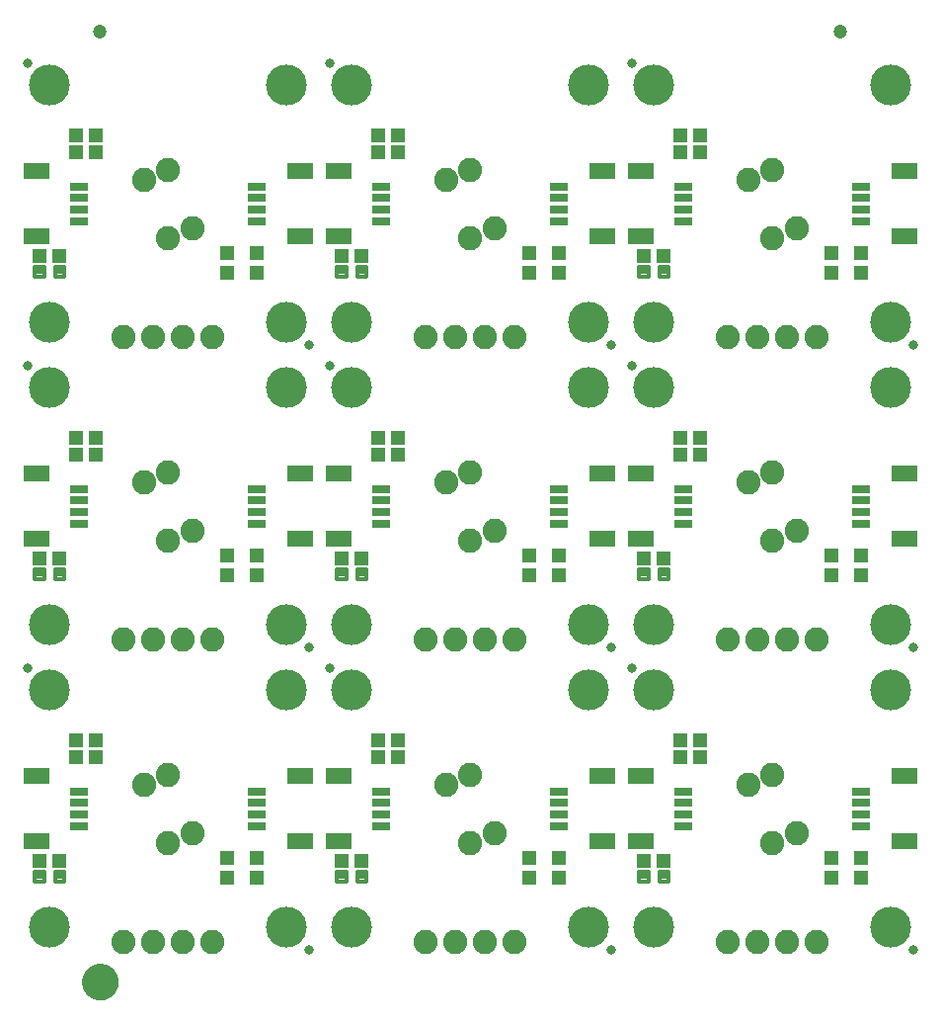
<source format=gts>
G75*
%MOIN*%
%OFA0B0*%
%FSLAX25Y25*%
%IPPOS*%
%LPD*%
%AMOC8*
5,1,8,0,0,1.08239X$1,22.5*
%
%ADD10R,0.05131X0.04737*%
%ADD11C,0.01421*%
%ADD12R,0.08674X0.05524*%
%ADD13R,0.06115X0.03162*%
%ADD14C,0.08200*%
%ADD15R,0.04737X0.05131*%
%ADD16C,0.08182*%
%ADD17C,0.13800*%
%ADD18C,0.03300*%
%ADD19C,0.04737*%
%ADD20C,0.05000*%
%ADD21C,0.06706*%
D10*
X0035404Y0061250D03*
X0042096Y0061250D03*
X0047654Y0096250D03*
X0047654Y0102000D03*
X0054346Y0102000D03*
X0054346Y0096250D03*
X0042096Y0163250D03*
X0035404Y0163250D03*
X0047654Y0198250D03*
X0047654Y0204000D03*
X0054346Y0204000D03*
X0054346Y0198250D03*
X0042096Y0265250D03*
X0035404Y0265250D03*
X0047654Y0300250D03*
X0047654Y0306000D03*
X0054346Y0306000D03*
X0054346Y0300250D03*
X0137404Y0265250D03*
X0144096Y0265250D03*
X0149654Y0300250D03*
X0156346Y0300250D03*
X0156346Y0306000D03*
X0149654Y0306000D03*
X0239404Y0265250D03*
X0246096Y0265250D03*
X0251654Y0300250D03*
X0251654Y0306000D03*
X0258346Y0306000D03*
X0258346Y0300250D03*
X0258346Y0204000D03*
X0258346Y0198250D03*
X0251654Y0198250D03*
X0251654Y0204000D03*
X0246096Y0163250D03*
X0239404Y0163250D03*
X0251654Y0102000D03*
X0251654Y0096250D03*
X0258346Y0096250D03*
X0258346Y0102000D03*
X0246096Y0061250D03*
X0239404Y0061250D03*
X0156346Y0096250D03*
X0149654Y0096250D03*
X0149654Y0102000D03*
X0156346Y0102000D03*
X0144096Y0061250D03*
X0137404Y0061250D03*
X0137404Y0163250D03*
X0144096Y0163250D03*
X0149654Y0198250D03*
X0149654Y0204000D03*
X0156346Y0204000D03*
X0156346Y0198250D03*
D11*
X0142545Y0159658D02*
X0142545Y0156342D01*
X0142545Y0159658D02*
X0145861Y0159658D01*
X0145861Y0156342D01*
X0142545Y0156342D01*
X0142545Y0157762D02*
X0145861Y0157762D01*
X0145861Y0159182D02*
X0142545Y0159182D01*
X0135639Y0159658D02*
X0135639Y0156342D01*
X0135639Y0159658D02*
X0138955Y0159658D01*
X0138955Y0156342D01*
X0135639Y0156342D01*
X0135639Y0157762D02*
X0138955Y0157762D01*
X0138955Y0159182D02*
X0135639Y0159182D01*
X0040545Y0159658D02*
X0040545Y0156342D01*
X0040545Y0159658D02*
X0043861Y0159658D01*
X0043861Y0156342D01*
X0040545Y0156342D01*
X0040545Y0157762D02*
X0043861Y0157762D01*
X0043861Y0159182D02*
X0040545Y0159182D01*
X0033639Y0159658D02*
X0033639Y0156342D01*
X0033639Y0159658D02*
X0036955Y0159658D01*
X0036955Y0156342D01*
X0033639Y0156342D01*
X0033639Y0157762D02*
X0036955Y0157762D01*
X0036955Y0159182D02*
X0033639Y0159182D01*
X0033639Y0258342D02*
X0033639Y0261658D01*
X0036955Y0261658D01*
X0036955Y0258342D01*
X0033639Y0258342D01*
X0033639Y0259762D02*
X0036955Y0259762D01*
X0036955Y0261182D02*
X0033639Y0261182D01*
X0040545Y0261658D02*
X0040545Y0258342D01*
X0040545Y0261658D02*
X0043861Y0261658D01*
X0043861Y0258342D01*
X0040545Y0258342D01*
X0040545Y0259762D02*
X0043861Y0259762D01*
X0043861Y0261182D02*
X0040545Y0261182D01*
X0135639Y0261658D02*
X0135639Y0258342D01*
X0135639Y0261658D02*
X0138955Y0261658D01*
X0138955Y0258342D01*
X0135639Y0258342D01*
X0135639Y0259762D02*
X0138955Y0259762D01*
X0138955Y0261182D02*
X0135639Y0261182D01*
X0142545Y0261658D02*
X0142545Y0258342D01*
X0142545Y0261658D02*
X0145861Y0261658D01*
X0145861Y0258342D01*
X0142545Y0258342D01*
X0142545Y0259762D02*
X0145861Y0259762D01*
X0145861Y0261182D02*
X0142545Y0261182D01*
X0237639Y0261658D02*
X0237639Y0258342D01*
X0237639Y0261658D02*
X0240955Y0261658D01*
X0240955Y0258342D01*
X0237639Y0258342D01*
X0237639Y0259762D02*
X0240955Y0259762D01*
X0240955Y0261182D02*
X0237639Y0261182D01*
X0244545Y0261658D02*
X0244545Y0258342D01*
X0244545Y0261658D02*
X0247861Y0261658D01*
X0247861Y0258342D01*
X0244545Y0258342D01*
X0244545Y0259762D02*
X0247861Y0259762D01*
X0247861Y0261182D02*
X0244545Y0261182D01*
X0244545Y0159658D02*
X0244545Y0156342D01*
X0244545Y0159658D02*
X0247861Y0159658D01*
X0247861Y0156342D01*
X0244545Y0156342D01*
X0244545Y0157762D02*
X0247861Y0157762D01*
X0247861Y0159182D02*
X0244545Y0159182D01*
X0237639Y0159658D02*
X0237639Y0156342D01*
X0237639Y0159658D02*
X0240955Y0159658D01*
X0240955Y0156342D01*
X0237639Y0156342D01*
X0237639Y0157762D02*
X0240955Y0157762D01*
X0240955Y0159182D02*
X0237639Y0159182D01*
X0237639Y0057658D02*
X0237639Y0054342D01*
X0237639Y0057658D02*
X0240955Y0057658D01*
X0240955Y0054342D01*
X0237639Y0054342D01*
X0237639Y0055762D02*
X0240955Y0055762D01*
X0240955Y0057182D02*
X0237639Y0057182D01*
X0244545Y0057658D02*
X0244545Y0054342D01*
X0244545Y0057658D02*
X0247861Y0057658D01*
X0247861Y0054342D01*
X0244545Y0054342D01*
X0244545Y0055762D02*
X0247861Y0055762D01*
X0247861Y0057182D02*
X0244545Y0057182D01*
X0142545Y0057658D02*
X0142545Y0054342D01*
X0142545Y0057658D02*
X0145861Y0057658D01*
X0145861Y0054342D01*
X0142545Y0054342D01*
X0142545Y0055762D02*
X0145861Y0055762D01*
X0145861Y0057182D02*
X0142545Y0057182D01*
X0135639Y0057658D02*
X0135639Y0054342D01*
X0135639Y0057658D02*
X0138955Y0057658D01*
X0138955Y0054342D01*
X0135639Y0054342D01*
X0135639Y0055762D02*
X0138955Y0055762D01*
X0138955Y0057182D02*
X0135639Y0057182D01*
X0040545Y0057658D02*
X0040545Y0054342D01*
X0040545Y0057658D02*
X0043861Y0057658D01*
X0043861Y0054342D01*
X0040545Y0054342D01*
X0040545Y0055762D02*
X0043861Y0055762D01*
X0043861Y0057182D02*
X0040545Y0057182D01*
X0033639Y0057658D02*
X0033639Y0054342D01*
X0033639Y0057658D02*
X0036955Y0057658D01*
X0036955Y0054342D01*
X0033639Y0054342D01*
X0033639Y0055762D02*
X0036955Y0055762D01*
X0036955Y0057182D02*
X0033639Y0057182D01*
D12*
X0034281Y0067726D03*
X0034281Y0089774D03*
X0034281Y0169726D03*
X0034281Y0191774D03*
X0034281Y0271726D03*
X0034281Y0293774D03*
X0123219Y0293774D03*
X0136281Y0293774D03*
X0136281Y0271726D03*
X0123219Y0271726D03*
X0123219Y0191774D03*
X0136281Y0191774D03*
X0136281Y0169726D03*
X0123219Y0169726D03*
X0123219Y0089774D03*
X0136281Y0089774D03*
X0136281Y0067726D03*
X0123219Y0067726D03*
X0225219Y0067726D03*
X0238281Y0067726D03*
X0238281Y0089774D03*
X0225219Y0089774D03*
X0225219Y0169726D03*
X0238281Y0169726D03*
X0238281Y0191774D03*
X0225219Y0191774D03*
X0225219Y0271726D03*
X0238281Y0271726D03*
X0238281Y0293774D03*
X0225219Y0293774D03*
X0327219Y0293774D03*
X0327219Y0271726D03*
X0327219Y0191774D03*
X0327219Y0169726D03*
X0327219Y0089774D03*
X0327219Y0067726D03*
D13*
X0312750Y0072844D03*
X0312750Y0076781D03*
X0312750Y0080719D03*
X0312750Y0084656D03*
X0252750Y0084656D03*
X0252750Y0080719D03*
X0252750Y0076781D03*
X0252750Y0072844D03*
X0210750Y0072844D03*
X0210750Y0076781D03*
X0210750Y0080719D03*
X0210750Y0084656D03*
X0150750Y0084656D03*
X0150750Y0080719D03*
X0150750Y0076781D03*
X0150750Y0072844D03*
X0108750Y0072844D03*
X0108750Y0076781D03*
X0108750Y0080719D03*
X0108750Y0084656D03*
X0048750Y0084656D03*
X0048750Y0080719D03*
X0048750Y0076781D03*
X0048750Y0072844D03*
X0048750Y0174844D03*
X0048750Y0178781D03*
X0048750Y0182719D03*
X0048750Y0186656D03*
X0108750Y0186656D03*
X0108750Y0182719D03*
X0108750Y0178781D03*
X0108750Y0174844D03*
X0150750Y0174844D03*
X0150750Y0178781D03*
X0150750Y0182719D03*
X0150750Y0186656D03*
X0210750Y0186656D03*
X0210750Y0182719D03*
X0210750Y0178781D03*
X0210750Y0174844D03*
X0252750Y0174844D03*
X0252750Y0178781D03*
X0252750Y0182719D03*
X0252750Y0186656D03*
X0312750Y0186656D03*
X0312750Y0182719D03*
X0312750Y0178781D03*
X0312750Y0174844D03*
X0312750Y0276844D03*
X0312750Y0280781D03*
X0312750Y0284719D03*
X0312750Y0288656D03*
X0252750Y0288656D03*
X0252750Y0284719D03*
X0252750Y0280781D03*
X0252750Y0276844D03*
X0210750Y0276844D03*
X0210750Y0280781D03*
X0210750Y0284719D03*
X0210750Y0288656D03*
X0150750Y0288656D03*
X0150750Y0284719D03*
X0150750Y0280781D03*
X0150750Y0276844D03*
X0108750Y0276844D03*
X0108750Y0280781D03*
X0108750Y0284719D03*
X0108750Y0288656D03*
X0048750Y0288656D03*
X0048750Y0284719D03*
X0048750Y0280781D03*
X0048750Y0276844D03*
D14*
X0063750Y0237750D03*
X0073750Y0237750D03*
X0083750Y0237750D03*
X0093750Y0237750D03*
X0165750Y0237750D03*
X0175750Y0237750D03*
X0185750Y0237750D03*
X0195750Y0237750D03*
X0267750Y0237750D03*
X0277750Y0237750D03*
X0287750Y0237750D03*
X0297750Y0237750D03*
X0297750Y0135750D03*
X0287750Y0135750D03*
X0277750Y0135750D03*
X0267750Y0135750D03*
X0195750Y0135750D03*
X0185750Y0135750D03*
X0175750Y0135750D03*
X0165750Y0135750D03*
X0093750Y0135750D03*
X0083750Y0135750D03*
X0073750Y0135750D03*
X0063750Y0135750D03*
X0063750Y0033750D03*
X0073750Y0033750D03*
X0083750Y0033750D03*
X0093750Y0033750D03*
X0165750Y0033750D03*
X0175750Y0033750D03*
X0185750Y0033750D03*
X0195750Y0033750D03*
X0267750Y0033750D03*
X0277750Y0033750D03*
X0287750Y0033750D03*
X0297750Y0033750D03*
D15*
X0302750Y0055404D03*
X0302750Y0062096D03*
X0312750Y0062096D03*
X0312750Y0055404D03*
X0210750Y0055404D03*
X0210750Y0062096D03*
X0200750Y0062096D03*
X0200750Y0055404D03*
X0108750Y0055404D03*
X0108750Y0062096D03*
X0098750Y0062096D03*
X0098750Y0055404D03*
X0098750Y0157404D03*
X0098750Y0164096D03*
X0108750Y0164096D03*
X0108750Y0157404D03*
X0200750Y0157404D03*
X0200750Y0164096D03*
X0210750Y0164096D03*
X0210750Y0157404D03*
X0302750Y0157404D03*
X0302750Y0164096D03*
X0312750Y0164096D03*
X0312750Y0157404D03*
X0312750Y0259404D03*
X0312750Y0266096D03*
X0302750Y0266096D03*
X0302750Y0259404D03*
X0210750Y0259404D03*
X0210750Y0266096D03*
X0200750Y0266096D03*
X0200750Y0259404D03*
X0108750Y0259404D03*
X0108750Y0266096D03*
X0098750Y0266096D03*
X0098750Y0259404D03*
D16*
X0086879Y0274621D03*
X0078750Y0271254D03*
X0070621Y0290879D03*
X0078750Y0294246D03*
X0172621Y0290879D03*
X0180750Y0294246D03*
X0188879Y0274621D03*
X0180750Y0271254D03*
X0180750Y0192246D03*
X0172621Y0188879D03*
X0188879Y0172621D03*
X0180750Y0169254D03*
X0180750Y0090246D03*
X0172621Y0086879D03*
X0188879Y0070621D03*
X0180750Y0067254D03*
X0086879Y0070621D03*
X0078750Y0067254D03*
X0070621Y0086879D03*
X0078750Y0090246D03*
X0078750Y0169254D03*
X0086879Y0172621D03*
X0078750Y0192246D03*
X0070621Y0188879D03*
X0274621Y0188879D03*
X0282750Y0192246D03*
X0290879Y0172621D03*
X0282750Y0169254D03*
X0282750Y0090246D03*
X0274621Y0086879D03*
X0290879Y0070621D03*
X0282750Y0067254D03*
X0282750Y0271254D03*
X0290879Y0274621D03*
X0274621Y0290879D03*
X0282750Y0294246D03*
D17*
X0038750Y0038750D03*
X0118750Y0038750D03*
X0140750Y0038750D03*
X0220750Y0038750D03*
X0242750Y0038750D03*
X0322750Y0038750D03*
X0322750Y0118750D03*
X0322750Y0140750D03*
X0242750Y0140750D03*
X0220750Y0140750D03*
X0220750Y0118750D03*
X0242750Y0118750D03*
X0140750Y0118750D03*
X0118750Y0118750D03*
X0118750Y0140750D03*
X0140750Y0140750D03*
X0140750Y0220750D03*
X0140750Y0242750D03*
X0118750Y0242750D03*
X0118750Y0220750D03*
X0038750Y0220750D03*
X0038750Y0242750D03*
X0038750Y0322750D03*
X0118750Y0322750D03*
X0140750Y0322750D03*
X0220750Y0322750D03*
X0242750Y0322750D03*
X0322750Y0322750D03*
X0322750Y0242750D03*
X0322750Y0220750D03*
X0242750Y0220750D03*
X0242750Y0242750D03*
X0220750Y0242750D03*
X0220750Y0220750D03*
X0038750Y0140750D03*
X0038750Y0118750D03*
D18*
X0031250Y0126250D03*
X0126250Y0133250D03*
X0133250Y0126250D03*
X0228250Y0133250D03*
X0235250Y0126250D03*
X0330250Y0133250D03*
X0235250Y0228250D03*
X0228250Y0235250D03*
X0133250Y0228250D03*
X0126250Y0235250D03*
X0031250Y0228250D03*
X0031250Y0330250D03*
X0133250Y0330250D03*
X0235250Y0330250D03*
X0330250Y0235250D03*
X0330250Y0031250D03*
X0228250Y0031250D03*
X0126250Y0031250D03*
D19*
X0055750Y0341000D03*
X0305750Y0341000D03*
D20*
X0052185Y0020500D02*
X0052187Y0020619D01*
X0052193Y0020738D01*
X0052203Y0020857D01*
X0052217Y0020975D01*
X0052235Y0021093D01*
X0052256Y0021210D01*
X0052282Y0021326D01*
X0052312Y0021442D01*
X0052345Y0021556D01*
X0052382Y0021669D01*
X0052423Y0021781D01*
X0052468Y0021892D01*
X0052516Y0022001D01*
X0052568Y0022108D01*
X0052624Y0022213D01*
X0052683Y0022317D01*
X0052745Y0022418D01*
X0052811Y0022518D01*
X0052880Y0022615D01*
X0052952Y0022709D01*
X0053028Y0022802D01*
X0053106Y0022891D01*
X0053187Y0022978D01*
X0053272Y0023063D01*
X0053359Y0023144D01*
X0053448Y0023222D01*
X0053541Y0023298D01*
X0053635Y0023370D01*
X0053732Y0023439D01*
X0053832Y0023505D01*
X0053933Y0023567D01*
X0054037Y0023626D01*
X0054142Y0023682D01*
X0054249Y0023734D01*
X0054358Y0023782D01*
X0054469Y0023827D01*
X0054581Y0023868D01*
X0054694Y0023905D01*
X0054808Y0023938D01*
X0054924Y0023968D01*
X0055040Y0023994D01*
X0055157Y0024015D01*
X0055275Y0024033D01*
X0055393Y0024047D01*
X0055512Y0024057D01*
X0055631Y0024063D01*
X0055750Y0024065D01*
X0055869Y0024063D01*
X0055988Y0024057D01*
X0056107Y0024047D01*
X0056225Y0024033D01*
X0056343Y0024015D01*
X0056460Y0023994D01*
X0056576Y0023968D01*
X0056692Y0023938D01*
X0056806Y0023905D01*
X0056919Y0023868D01*
X0057031Y0023827D01*
X0057142Y0023782D01*
X0057251Y0023734D01*
X0057358Y0023682D01*
X0057463Y0023626D01*
X0057567Y0023567D01*
X0057668Y0023505D01*
X0057768Y0023439D01*
X0057865Y0023370D01*
X0057959Y0023298D01*
X0058052Y0023222D01*
X0058141Y0023144D01*
X0058228Y0023063D01*
X0058313Y0022978D01*
X0058394Y0022891D01*
X0058472Y0022802D01*
X0058548Y0022709D01*
X0058620Y0022615D01*
X0058689Y0022518D01*
X0058755Y0022418D01*
X0058817Y0022317D01*
X0058876Y0022213D01*
X0058932Y0022108D01*
X0058984Y0022001D01*
X0059032Y0021892D01*
X0059077Y0021781D01*
X0059118Y0021669D01*
X0059155Y0021556D01*
X0059188Y0021442D01*
X0059218Y0021326D01*
X0059244Y0021210D01*
X0059265Y0021093D01*
X0059283Y0020975D01*
X0059297Y0020857D01*
X0059307Y0020738D01*
X0059313Y0020619D01*
X0059315Y0020500D01*
X0059313Y0020381D01*
X0059307Y0020262D01*
X0059297Y0020143D01*
X0059283Y0020025D01*
X0059265Y0019907D01*
X0059244Y0019790D01*
X0059218Y0019674D01*
X0059188Y0019558D01*
X0059155Y0019444D01*
X0059118Y0019331D01*
X0059077Y0019219D01*
X0059032Y0019108D01*
X0058984Y0018999D01*
X0058932Y0018892D01*
X0058876Y0018787D01*
X0058817Y0018683D01*
X0058755Y0018582D01*
X0058689Y0018482D01*
X0058620Y0018385D01*
X0058548Y0018291D01*
X0058472Y0018198D01*
X0058394Y0018109D01*
X0058313Y0018022D01*
X0058228Y0017937D01*
X0058141Y0017856D01*
X0058052Y0017778D01*
X0057959Y0017702D01*
X0057865Y0017630D01*
X0057768Y0017561D01*
X0057668Y0017495D01*
X0057567Y0017433D01*
X0057463Y0017374D01*
X0057358Y0017318D01*
X0057251Y0017266D01*
X0057142Y0017218D01*
X0057031Y0017173D01*
X0056919Y0017132D01*
X0056806Y0017095D01*
X0056692Y0017062D01*
X0056576Y0017032D01*
X0056460Y0017006D01*
X0056343Y0016985D01*
X0056225Y0016967D01*
X0056107Y0016953D01*
X0055988Y0016943D01*
X0055869Y0016937D01*
X0055750Y0016935D01*
X0055631Y0016937D01*
X0055512Y0016943D01*
X0055393Y0016953D01*
X0055275Y0016967D01*
X0055157Y0016985D01*
X0055040Y0017006D01*
X0054924Y0017032D01*
X0054808Y0017062D01*
X0054694Y0017095D01*
X0054581Y0017132D01*
X0054469Y0017173D01*
X0054358Y0017218D01*
X0054249Y0017266D01*
X0054142Y0017318D01*
X0054037Y0017374D01*
X0053933Y0017433D01*
X0053832Y0017495D01*
X0053732Y0017561D01*
X0053635Y0017630D01*
X0053541Y0017702D01*
X0053448Y0017778D01*
X0053359Y0017856D01*
X0053272Y0017937D01*
X0053187Y0018022D01*
X0053106Y0018109D01*
X0053028Y0018198D01*
X0052952Y0018291D01*
X0052880Y0018385D01*
X0052811Y0018482D01*
X0052745Y0018582D01*
X0052683Y0018683D01*
X0052624Y0018787D01*
X0052568Y0018892D01*
X0052516Y0018999D01*
X0052468Y0019108D01*
X0052423Y0019219D01*
X0052382Y0019331D01*
X0052345Y0019444D01*
X0052312Y0019558D01*
X0052282Y0019674D01*
X0052256Y0019790D01*
X0052235Y0019907D01*
X0052217Y0020025D01*
X0052203Y0020143D01*
X0052193Y0020262D01*
X0052187Y0020381D01*
X0052185Y0020500D01*
D21*
X0055750Y0020500D03*
M02*

</source>
